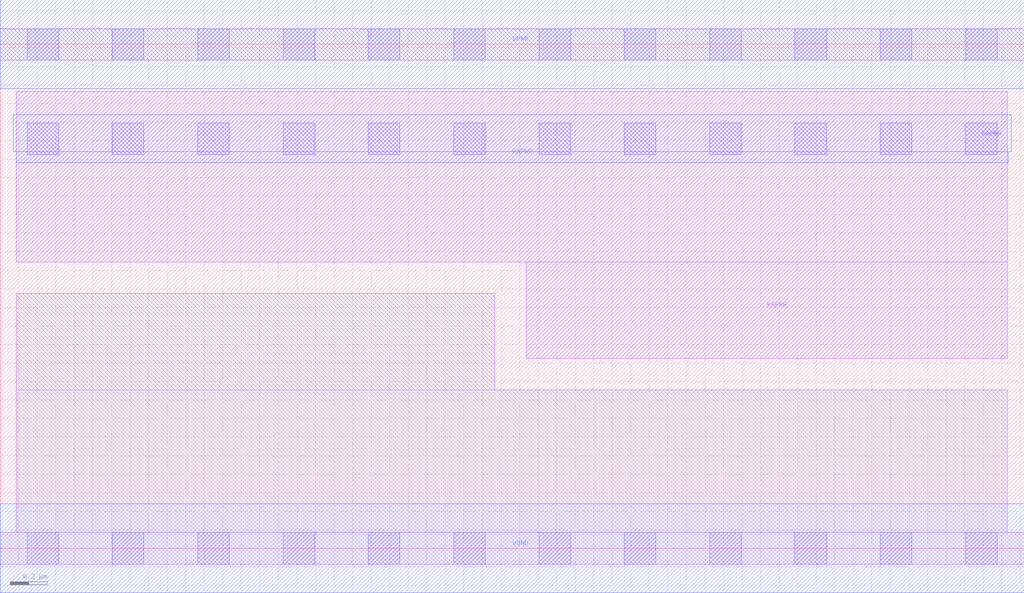
<source format=lef>
# Copyright 2020 The SkyWater PDK Authors
#
# Licensed under the Apache License, Version 2.0 (the "License");
# you may not use this file except in compliance with the License.
# You may obtain a copy of the License at
#
#     https://www.apache.org/licenses/LICENSE-2.0
#
# Unless required by applicable law or agreed to in writing, software
# distributed under the License is distributed on an "AS IS" BASIS,
# WITHOUT WARRANTIES OR CONDITIONS OF ANY KIND, either express or implied.
# See the License for the specific language governing permissions and
# limitations under the License.
#
# SPDX-License-Identifier: Apache-2.0

VERSION 5.7 ;
  NAMESCASESENSITIVE ON ;
  NOWIREEXTENSIONATPIN ON ;
  DIVIDERCHAR "/" ;
  BUSBITCHARS "[]" ;
UNITS
  DATABASE MICRONS 200 ;
END UNITS
MACRO sky130_fd_sc_hd__lpflow_decapkapwr_12
  CLASS CORE ;
  SOURCE USER ;
  FOREIGN sky130_fd_sc_hd__lpflow_decapkapwr_12 ;
  ORIGIN  0.000000  0.000000 ;
  SIZE  5.520000 BY  2.720000 ;
  SYMMETRY X Y R90 ;
  SITE unithd ;
  PIN KAPWR
    DIRECTION INOUT ;
    SHAPE ABUTMENT ;
    USE POWER ;
    PORT
      LAYER li1 ;
        RECT 0.085000 1.545000 5.430000 2.465000 ;
        RECT 2.835000 1.025000 5.430000 1.545000 ;
      LAYER mcon ;
        RECT 0.145000 2.125000 0.315000 2.295000 ;
        RECT 0.605000 2.125000 0.775000 2.295000 ;
        RECT 1.065000 2.125000 1.235000 2.295000 ;
        RECT 1.525000 2.125000 1.695000 2.295000 ;
        RECT 1.985000 2.125000 2.155000 2.295000 ;
        RECT 2.445000 2.125000 2.615000 2.295000 ;
        RECT 2.905000 2.125000 3.075000 2.295000 ;
        RECT 3.365000 2.125000 3.535000 2.295000 ;
        RECT 3.825000 2.125000 3.995000 2.295000 ;
        RECT 4.285000 2.125000 4.455000 2.295000 ;
        RECT 4.745000 2.125000 4.915000 2.295000 ;
        RECT 5.205000 2.125000 5.375000 2.295000 ;
    END
    PORT
      LAYER met1 ;
        RECT 0.070000 2.140000 5.450000 2.340000 ;
        RECT 0.085000 2.080000 5.435000 2.140000 ;
    END
  END KAPWR
  PIN VGND
    DIRECTION INOUT ;
    SHAPE ABUTMENT ;
    USE GROUND ;
    PORT
      LAYER met1 ;
        RECT 0.000000 -0.240000 5.520000 0.240000 ;
    END
  END VGND
  PIN VPWR
    DIRECTION INOUT ;
    SHAPE ABUTMENT ;
    USE POWER ;
    PORT
      LAYER met1 ;
        RECT 0.000000 2.480000 5.520000 2.960000 ;
    END
  END VPWR
  OBS
    LAYER li1 ;
      RECT 0.000000 -0.085000 5.520000 0.085000 ;
      RECT 0.000000  2.635000 5.520000 2.805000 ;
      RECT 0.085000  0.085000 5.430000 0.855000 ;
      RECT 0.085000  0.855000 2.665000 1.375000 ;
    LAYER mcon ;
      RECT 0.145000 -0.085000 0.315000 0.085000 ;
      RECT 0.145000  2.635000 0.315000 2.805000 ;
      RECT 0.605000 -0.085000 0.775000 0.085000 ;
      RECT 0.605000  2.635000 0.775000 2.805000 ;
      RECT 1.065000 -0.085000 1.235000 0.085000 ;
      RECT 1.065000  2.635000 1.235000 2.805000 ;
      RECT 1.525000 -0.085000 1.695000 0.085000 ;
      RECT 1.525000  2.635000 1.695000 2.805000 ;
      RECT 1.985000 -0.085000 2.155000 0.085000 ;
      RECT 1.985000  2.635000 2.155000 2.805000 ;
      RECT 2.445000 -0.085000 2.615000 0.085000 ;
      RECT 2.445000  2.635000 2.615000 2.805000 ;
      RECT 2.905000 -0.085000 3.075000 0.085000 ;
      RECT 2.905000  2.635000 3.075000 2.805000 ;
      RECT 3.365000 -0.085000 3.535000 0.085000 ;
      RECT 3.365000  2.635000 3.535000 2.805000 ;
      RECT 3.825000 -0.085000 3.995000 0.085000 ;
      RECT 3.825000  2.635000 3.995000 2.805000 ;
      RECT 4.285000 -0.085000 4.455000 0.085000 ;
      RECT 4.285000  2.635000 4.455000 2.805000 ;
      RECT 4.745000 -0.085000 4.915000 0.085000 ;
      RECT 4.745000  2.635000 4.915000 2.805000 ;
      RECT 5.205000 -0.085000 5.375000 0.085000 ;
      RECT 5.205000  2.635000 5.375000 2.805000 ;
  END
END sky130_fd_sc_hd__lpflow_decapkapwr_12

</source>
